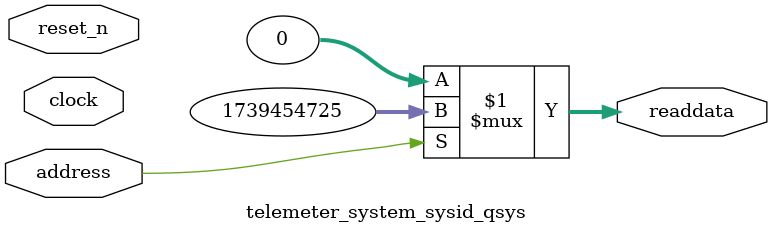
<source format=v>



// synthesis translate_off
`timescale 1ns / 1ps
// synthesis translate_on

// turn off superfluous verilog processor warnings 
// altera message_level Level1 
// altera message_off 10034 10035 10036 10037 10230 10240 10030 

module telemeter_system_sysid_qsys (
               // inputs:
                address,
                clock,
                reset_n,

               // outputs:
                readdata
             )
;

  output  [ 31: 0] readdata;
  input            address;
  input            clock;
  input            reset_n;

  wire    [ 31: 0] readdata;
  //control_slave, which is an e_avalon_slave
  assign readdata = address ? 1739454725 : 0;

endmodule



</source>
